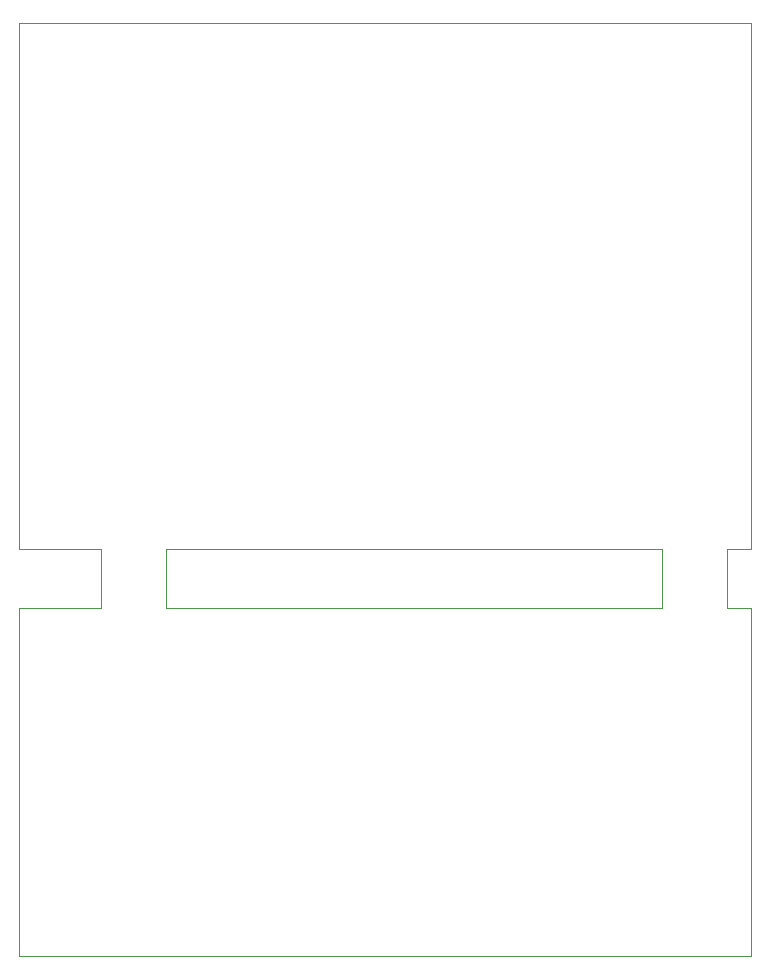
<source format=gbr>
G04 #@! TF.GenerationSoftware,KiCad,Pcbnew,(5.1.6)-1*
G04 #@! TF.CreationDate,2020-10-31T14:21:40+01:00*
G04 #@! TF.ProjectId,Batmonitor,4261746d-6f6e-4697-946f-722e6b696361,rev?*
G04 #@! TF.SameCoordinates,Original*
G04 #@! TF.FileFunction,Profile,NP*
%FSLAX46Y46*%
G04 Gerber Fmt 4.6, Leading zero omitted, Abs format (unit mm)*
G04 Created by KiCad (PCBNEW (5.1.6)-1) date 2020-10-31 14:21:40*
%MOMM*%
%LPD*%
G01*
G04 APERTURE LIST*
G04 #@! TA.AperFunction,Profile*
%ADD10C,0.050000*%
G04 #@! TD*
G04 APERTURE END LIST*
D10*
X155500000Y-109500000D02*
X113500000Y-109500000D01*
X113500000Y-104500000D02*
X155500000Y-104500000D01*
X155500000Y-104500000D02*
X155500000Y-109500000D01*
X113500000Y-104500000D02*
X113500000Y-109500000D01*
X161000000Y-105500000D02*
X161000000Y-109500000D01*
X108000000Y-109500000D02*
X108000000Y-105500000D01*
X163000000Y-104500000D02*
X161000000Y-104500000D01*
X163000000Y-109500000D02*
X163000000Y-110000000D01*
X161000000Y-109500000D02*
X163000000Y-109500000D01*
X161000000Y-104500000D02*
X161000000Y-105500000D01*
X163000000Y-104000000D02*
X163000000Y-104500000D01*
X101000000Y-104500000D02*
X101000000Y-104000000D01*
X108000000Y-104500000D02*
X101000000Y-104500000D01*
X108000000Y-105500000D02*
X108000000Y-104500000D01*
X101000000Y-109500000D02*
X108000000Y-109500000D01*
X101000000Y-110000000D02*
X101000000Y-109500000D01*
X163000000Y-104000000D02*
X163000000Y-60000000D01*
X163000000Y-139000000D02*
X163000000Y-110000000D01*
X101000000Y-139000000D02*
X163000000Y-139000000D01*
X101000000Y-110000000D02*
X101000000Y-139000000D01*
X101000000Y-60000000D02*
X101000000Y-104000000D01*
X101000000Y-60000000D02*
X163000000Y-60000000D01*
M02*

</source>
